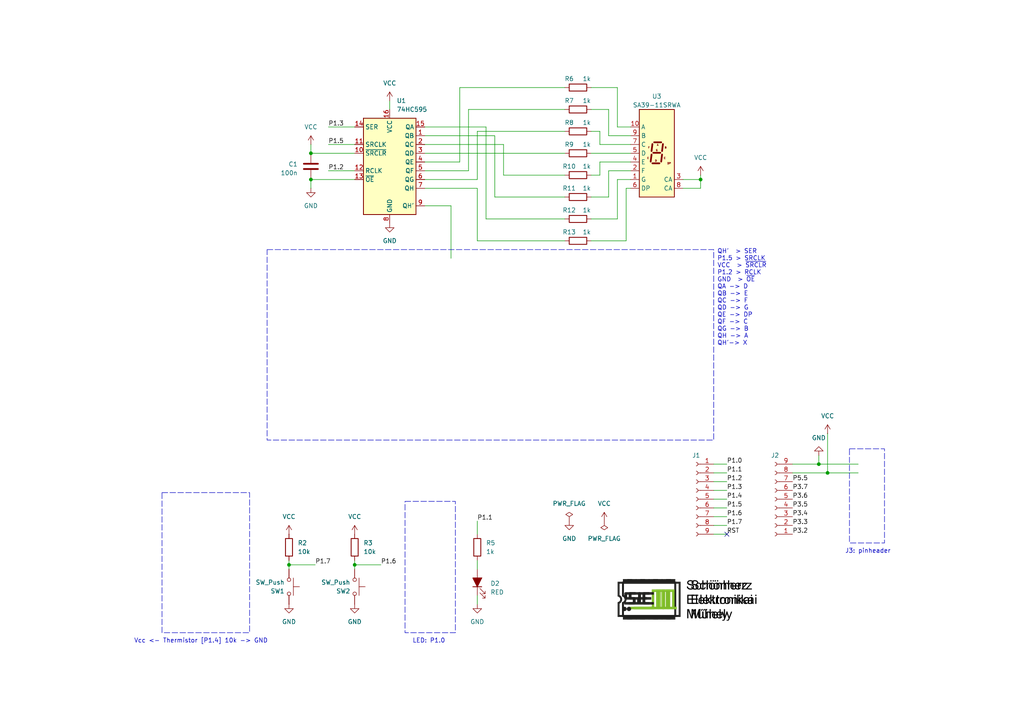
<source format=kicad_sch>
(kicad_sch (version 20231120) (generator "eeschema") (generator_version "8.0")
  (paper "A4")
  (title_block (title "SEM tanfolyam alappanel demo") (date "2024-02-29") (rev "A"))
  (lib_symbols
    (symbol "74xx:74HC595"
      (property "Reference" "U" (at -7.62 13.97 0))
      (property "Value" "74HC595" (at -7.62 -16.51 0))
      (symbol "74HC595_1_0"
        (pin tri_state line (at 10.16 7.62 180) (length 2.54) (name "QB") (number "1"))
        (pin input line (at -10.16 2.54 0) (length 2.54) (name "~{SRCLR}") (number "10"))
        (pin input line (at -10.16 5.08 0) (length 2.54) (name "SRCLK") (number "11"))
        (pin input line (at -10.16 -2.54 0) (length 2.54) (name "RCLK") (number "12"))
        (pin input line (at -10.16 -5.08 0) (length 2.54) (name "~{OE}") (number "13"))
        (pin input line (at -10.16 10.16 0) (length 2.54) (name "SER") (number "14"))
        (pin tri_state line (at 10.16 10.16 180) (length 2.54) (name "QA") (number "15"))
        (pin power_in line (at 0 15.24 270) (length 2.54) (name "VCC") (number "16"))
        (pin tri_state line (at 10.16 5.08 180) (length 2.54) (name "QC") (number "2"))
        (pin tri_state line (at 10.16 2.54 180) (length 2.54) (name "QD") (number "3"))
        (pin tri_state line (at 10.16 0 180) (length 2.54) (name "QE") (number "4"))
        (pin tri_state line (at 10.16 -2.54 180) (length 2.54) (name "QF") (number "5"))
        (pin tri_state line (at 10.16 -5.08 180) (length 2.54) (name "QG") (number "6"))
        (pin tri_state line (at 10.16 -7.62 180) (length 2.54) (name "QH") (number "7"))
        (pin power_in line (at 0 -17.78 90) (length 2.54) (name "GND") (number "8"))
        (pin output line (at 10.16 -12.7 180) (length 2.54) (name "QH'") (number "9"))
      )
      (symbol "74HC595_1_1"
        (rectangle (start -7.62 12.7) (end 7.62 -15.24) (stroke (width 0.254)) (fill (type background)))
      )
    )
    (symbol "Connector:Conn_01x09_Socket" (pin_names (offset 1.016) hide)
      (property "Reference" "J" (at 0 12.7 0))
      (property "Value" "Conn_01x09_Socket" (at 0 -12.7 0))
      (symbol "Conn_01x09_Socket_1_1"
        (arc (start 0 -9.652) (mid -0.5058 -10.16) (end 0 -10.668) (stroke (width 0.1524)))
        (arc (start 0 -7.112) (mid -0.5058 -7.62) (end 0 -8.128) (stroke (width 0.1524)))
        (arc (start 0 -4.572) (mid -0.5058 -5.08) (end 0 -5.588) (stroke (width 0.1524)))
        (arc (start 0 -2.032) (mid -0.5058 -2.54) (end 0 -3.048) (stroke (width 0.1524)))
        (polyline (pts (xy -1.27 -10.16) (xy -0.508 -10.16)) (stroke (width 0.1524)))
        (polyline (pts (xy -1.27 -7.62) (xy -0.508 -7.62)) (stroke (width 0.1524)))
        (polyline (pts (xy -1.27 -5.08) (xy -0.508 -5.08)) (stroke (width 0.1524)))
        (polyline (pts (xy -1.27 -2.54) (xy -0.508 -2.54)) (stroke (width 0.1524)))
        (polyline (pts (xy -1.27 0) (xy -0.508 0)) (stroke (width 0.1524)))
        (polyline (pts (xy -1.27 2.54) (xy -0.508 2.54)) (stroke (width 0.1524)))
        (polyline (pts (xy -1.27 5.08) (xy -0.508 5.08)) (stroke (width 0.1524)))
        (polyline (pts (xy -1.27 7.62) (xy -0.508 7.62)) (stroke (width 0.1524)))
        (polyline (pts (xy -1.27 10.16) (xy -0.508 10.16)) (stroke (width 0.1524)))
        (arc (start 0 0.508) (mid -0.5058 0) (end 0 -0.508) (stroke (width 0.1524)))
        (arc (start 0 3.048) (mid -0.5058 2.54) (end 0 2.032) (stroke (width 0.1524)))
        (arc (start 0 5.588) (mid -0.5058 5.08) (end 0 4.572) (stroke (width 0.1524)))
        (arc (start 0 8.128) (mid -0.5058 7.62) (end 0 7.112) (stroke (width 0.1524)))
        (arc (start 0 10.668) (mid -0.5058 10.16) (end 0 9.652) (stroke (width 0.1524)))
        (pin passive line (at -5.08 10.16 0) (length 3.81) (name "Pin_1") (number "1"))
        (pin passive line (at -5.08 7.62 0) (length 3.81) (name "Pin_2") (number "2"))
        (pin passive line (at -5.08 5.08 0) (length 3.81) (name "Pin_3") (number "3"))
        (pin passive line (at -5.08 2.54 0) (length 3.81) (name "Pin_4") (number "4"))
        (pin passive line (at -5.08 0 0) (length 3.81) (name "Pin_5") (number "5"))
        (pin passive line (at -5.08 -2.54 0) (length 3.81) (name "Pin_6") (number "6"))
        (pin passive line (at -5.08 -5.08 0) (length 3.81) (name "Pin_7") (number "7"))
        (pin passive line (at -5.08 -7.62 0) (length 3.81) (name "Pin_8") (number "8"))
        (pin passive line (at -5.08 -10.16 0) (length 3.81) (name "Pin_9") (number "9"))
      )
    )
    (symbol "Device:C" (pin_numbers hide) (pin_names (offset 0.254))
      (property "Reference" "C" (at 0.635 2.54 0))
      (property "Value" "C" (at 0.635 -2.54 0))
      (symbol "C_0_1"
        (polyline (pts (xy -2.032 -0.762) (xy 2.032 -0.762)) (stroke (width 0.508)))
        (polyline (pts (xy -2.032 0.762) (xy 2.032 0.762)) (stroke (width 0.508)))
      )
      (symbol "C_1_1"
        (pin passive line (at 0 3.81 270) (length 2.794) (name "~") (number "1"))
        (pin passive line (at 0 -3.81 90) (length 2.794) (name "~") (number "2"))
      )
    )
    (symbol "Device:LED_Filled" (pin_numbers hide) (pin_names (offset 1.016) hide)
      (property "Reference" "D" (at 0 2.54 0))
      (property "Value" "LED_Filled" (at 0 -2.54 0))
      (symbol "LED_Filled_0_1"
        (polyline (pts (xy -1.27 -1.27) (xy -1.27 1.27)) (stroke (width 0.254)))
        (polyline (pts (xy -1.27 0) (xy 1.27 0)))
        (polyline (pts (xy 1.27 -1.27) (xy 1.27 1.27) (xy -1.27 0) (xy 1.27 -1.27)) (stroke (width 0.254)) (fill (type outline)))
        (polyline (pts (xy -3.048 -0.762) (xy -4.572 -2.286) (xy -3.81 -2.286) (xy -4.572 -2.286) (xy -4.572 -1.524)))
        (polyline (pts (xy -1.778 -0.762) (xy -3.302 -2.286) (xy -2.54 -2.286) (xy -3.302 -2.286) (xy -3.302 -1.524)))
      )
      (symbol "LED_Filled_1_1"
        (pin passive line (at -3.81 0 0) (length 2.54) (name "K") (number "1"))
        (pin passive line (at 3.81 0 180) (length 2.54) (name "A") (number "2"))
      )
    )
    (symbol "Device:R" (pin_numbers hide) (pin_names (offset 0))
      (property "Reference" "R" (at 2.032 0 90))
      (property "Value" "R" (at 0 0 90))
      (symbol "R_0_1"
        (rectangle (start -1.016 -2.54) (end 1.016 2.54) (stroke (width 0.254)))
      )
      (symbol "R_1_1"
        (pin passive line (at 0 3.81 270) (length 1.27) (name "~") (number "1"))
        (pin passive line (at 0 -3.81 90) (length 1.27) (name "~") (number "2"))
      )
    )
    (symbol "Display_Character:SA39-11SRWA"
      (property "Reference" "U" (at -3.81 13.97 0))
      (property "Value" "SA39-11SRWA" (at 6.35 13.97 0))
      (symbol "SA39-11SRWA_1_0"
        (text "A" (at 0.254 2.413 0) (effects (font (size 0.508 0.508))))
        (text "B" (at 2.54 1.651 0) (effects (font (size 0.508 0.508))))
        (text "C" (at 2.286 -1.397 0) (effects (font (size 0.508 0.508))))
        (text "D" (at -0.254 -2.159 0) (effects (font (size 0.508 0.508))))
        (text "DP" (at 3.556 -2.921 0) (effects (font (size 0.508 0.508))))
        (text "E" (at -2.54 -1.397 0) (effects (font (size 0.508 0.508))))
        (text "F" (at -2.286 1.651 0) (effects (font (size 0.508 0.508))))
        (text "G" (at 0 0.889 0) (effects (font (size 0.508 0.508))))
      )
      (symbol "SA39-11SRWA_1_1"
        (rectangle (start -5.08 12.7) (end 5.08 -12.7) (stroke (width 0.254)) (fill (type background)))
        (polyline (pts (xy -1.524 -0.381) (xy -1.778 -2.413)) (stroke (width 0.508)))
        (polyline (pts (xy -1.27 -2.921) (xy 0.762 -2.921)) (stroke (width 0.508)))
        (polyline (pts (xy -1.27 2.667) (xy -1.524 0.635)) (stroke (width 0.508)))
        (polyline (pts (xy -1.016 0.127) (xy 1.016 0.127)) (stroke (width 0.508)))
        (polyline (pts (xy -0.762 3.175) (xy 1.27 3.175)) (stroke (width 0.508)))
        (polyline (pts (xy 1.524 -0.381) (xy 1.27 -2.413)) (stroke (width 0.508)))
        (polyline (pts (xy 1.778 2.667) (xy 1.524 0.635)) (stroke (width 0.508)))
        (polyline (pts (xy 2.54 -2.921) (xy 2.54 -2.921)) (stroke (width 0.508)))
        (pin input line (at -7.62 -7.62 0) (length 2.54) (name "G") (number "1"))
        (pin input line (at -7.62 7.62 0) (length 2.54) (name "A") (number "10"))
        (pin input line (at -7.62 -5.08 0) (length 2.54) (name "F") (number "2"))
        (pin input line (at 7.62 -7.62 180) (length 2.54) (name "CA") (number "3"))
        (pin input line (at -7.62 -2.54 0) (length 2.54) (name "E") (number "4"))
        (pin input line (at -7.62 0 0) (length 2.54) (name "D") (number "5"))
        (pin input line (at -7.62 -10.16 0) (length 2.54) (name "DP") (number "6"))
        (pin input line (at -7.62 2.54 0) (length 2.54) (name "C") (number "7"))
        (pin input line (at 7.62 -10.16 180) (length 2.54) (name "CA") (number "8"))
        (pin input line (at -7.62 5.08 0) (length 2.54) (name "B") (number "9"))
      )
    )
    (symbol "Switch:SW_Push" (pin_numbers hide) (pin_names (offset 1.016) hide)
      (property "Reference" "SW" (at 1.27 2.54 0))
      (property "Value" "SW_Push" (at 0 -1.524 0))
      (symbol "SW_Push_0_1"
        (circle (center -2.032 0) (radius 0.508))
        (polyline (pts (xy 0 1.27) (xy 0 3.048)))
        (polyline (pts (xy 2.54 1.27) (xy -2.54 1.27)))
        (circle (center 2.032 0) (radius 0.508))
        (pin passive line (at -5.08 0 0) (length 2.54) (name "1") (number "1"))
        (pin passive line (at 5.08 0 180) (length 2.54) (name "2") (number "2"))
      )
    )
    (symbol "power:GND" (power) (pin_numbers hide) (pin_names (offset 0) hide)
      (property "Value" "GND" (at 0 -3.81 0))
      (symbol "GND_0_1"
        (polyline (pts (xy 0 0) (xy 0 -1.27) (xy 1.27 -1.27) (xy 0 -2.54) (xy -1.27 -1.27) (xy 0 -1.27)))
      )
      (symbol "GND_1_1"
        (pin power_in line (at 0 0 270) (length 0) (name "~") (number "1"))
      )
    )
    (symbol "power:PWR_FLAG" (power) (pin_numbers hide) (pin_names (offset 0) hide)
      (property "Value" "PWR_FLAG" (at 0 3.81 0))
      (symbol "PWR_FLAG_0_0"
        (pin power_out line (at 0 0 90) (length 0) (name "~") (number "1"))
      )
      (symbol "PWR_FLAG_0_1"
        (polyline (pts (xy 0 0) (xy 0 1.27) (xy -1.016 1.905) (xy 0 2.54) (xy 1.016 1.905) (xy 0 1.27)))
      )
    )
    (symbol "power:VCC" (power) (pin_numbers hide) (pin_names (offset 0) hide)
      (property "Value" "VCC" (at 0 3.556 0))
      (symbol "VCC_0_1"
        (polyline (pts (xy -0.762 1.27) (xy 0 2.54)))
        (polyline (pts (xy 0 0) (xy 0 2.54)))
        (polyline (pts (xy 0 2.54) (xy 0.762 1.27)))
      )
      (symbol "VCC_1_1"
        (pin power_in line (at 0 0 90) (length 0) (name "~") (number "1"))
      )
    )
  )
  (junction (at 237.49 134.62))
  (junction (at 90.17 44.45))
  (junction (at 90.17 52.07))
  (junction (at 203.2 52.07))
  (junction (at 240.03 137.16))
  (junction (at 83.82 163.83))
  (junction (at 102.87 163.83))
  (no_connect (at 210.82 154.94))
  (wire (pts (xy 240.03 137.16) (xy 248.92 137.16)))
  (wire (pts (xy 143.51 57.15) (xy 163.83 57.15)))
  (wire (pts (xy 179.07 36.83) (xy 182.88 36.83)))
  (wire (pts (xy 173.99 41.91) (xy 182.88 41.91)))
  (wire (pts (xy 140.97 36.83) (xy 123.19 36.83)))
  (wire (pts (xy 123.19 59.69) (xy 130.81 59.69)))
  (wire (pts (xy 123.19 52.07) (xy 138.43 52.07)))
  (wire (pts (xy 171.45 38.1) (xy 173.99 38.1)))
  (wire (pts (xy 181.61 69.85) (xy 181.61 54.61)))
  (wire (pts (xy 95.25 41.91) (xy 102.87 41.91)))
  (wire (pts (xy 203.2 52.07) (xy 203.2 50.8)))
  (wire (pts (xy 83.82 163.83) (xy 83.82 165.1)))
  (wire (pts (xy 95.25 36.83) (xy 102.87 36.83)))
  (wire (pts (xy 113.03 29.21) (xy 113.03 31.75)))
  (wire (pts (xy 138.43 54.61) (xy 138.43 69.85)))
  (wire (pts (xy 90.17 41.91) (xy 90.17 44.45)))
  (wire (pts (xy 135.89 49.53) (xy 123.19 49.53)))
  (wire (pts (xy 237.49 134.62) (xy 237.49 132.08)))
  (wire (pts (xy 207.01 152.4) (xy 210.82 152.4)))
  (wire (pts (xy 146.05 41.91) (xy 146.05 50.8)))
  (wire (pts (xy 171.45 31.75) (xy 176.53 31.75)))
  (wire (pts (xy 138.43 52.07) (xy 138.43 38.1)))
  (wire (pts (xy 133.35 25.4) (xy 163.83 25.4)))
  (wire (pts (xy 123.19 44.45) (xy 163.83 44.45)))
  (wire (pts (xy 130.81 59.69) (xy 130.81 74.93)))
  (wire (pts (xy 207.01 137.16) (xy 210.82 137.16)))
  (wire (pts (xy 179.07 52.07) (xy 182.88 52.07)))
  (wire (pts (xy 229.87 134.62) (xy 237.49 134.62)))
  (wire (pts (xy 102.87 162.56) (xy 102.87 163.83)))
  (wire (pts (xy 176.53 31.75) (xy 176.53 39.37)))
  (wire (pts (xy 171.45 57.15) (xy 176.53 57.15)))
  (wire (pts (xy 143.51 39.37) (xy 143.51 57.15)))
  (wire (pts (xy 133.35 46.99) (xy 133.35 25.4)))
  (wire (pts (xy 90.17 52.07) (xy 90.17 54.61)))
  (wire (pts (xy 140.97 63.5) (xy 163.83 63.5)))
  (wire (pts (xy 179.07 25.4) (xy 179.07 36.83)))
  (wire (pts (xy 102.87 52.07) (xy 90.17 52.07)))
  (wire (pts (xy 138.43 151.13) (xy 138.43 154.94)))
  (wire (pts (xy 237.49 134.62) (xy 248.92 134.62)))
  (wire (pts (xy 135.89 31.75) (xy 135.89 49.53)))
  (wire (pts (xy 173.99 46.99) (xy 182.88 46.99)))
  (wire (pts (xy 207.01 154.94) (xy 210.82 154.94)))
  (wire (pts (xy 207.01 139.7) (xy 210.82 139.7)))
  (wire (pts (xy 138.43 69.85) (xy 163.83 69.85)))
  (wire (pts (xy 171.45 25.4) (xy 179.07 25.4)))
  (wire (pts (xy 171.45 69.85) (xy 181.61 69.85)))
  (wire (pts (xy 138.43 38.1) (xy 163.83 38.1)))
  (wire (pts (xy 181.61 54.61) (xy 182.88 54.61)))
  (wire (pts (xy 207.01 147.32) (xy 210.82 147.32)))
  (wire (pts (xy 83.82 162.56) (xy 83.82 163.83)))
  (wire (pts (xy 207.01 149.86) (xy 210.82 149.86)))
  (wire (pts (xy 176.53 57.15) (xy 176.53 49.53)))
  (wire (pts (xy 90.17 44.45) (xy 102.87 44.45)))
  (wire (pts (xy 138.43 165.1) (xy 138.43 162.56)))
  (wire (pts (xy 146.05 41.91) (xy 123.19 41.91)))
  (wire (pts (xy 146.05 50.8) (xy 163.83 50.8)))
  (wire (pts (xy 173.99 50.8) (xy 173.99 46.99)))
  (wire (pts (xy 123.19 54.61) (xy 138.43 54.61)))
  (wire (pts (xy 102.87 163.83) (xy 110.49 163.83)))
  (wire (pts (xy 171.45 50.8) (xy 173.99 50.8)))
  (wire (pts (xy 207.01 142.24) (xy 210.82 142.24)))
  (wire (pts (xy 229.87 137.16) (xy 240.03 137.16)))
  (wire (pts (xy 176.53 39.37) (xy 182.88 39.37)))
  (wire (pts (xy 198.12 54.61) (xy 203.2 54.61)))
  (wire (pts (xy 207.01 134.62) (xy 210.82 134.62)))
  (wire (pts (xy 95.25 49.53) (xy 102.87 49.53)))
  (wire (pts (xy 83.82 163.83) (xy 91.44 163.83)))
  (wire (pts (xy 203.2 54.61) (xy 203.2 52.07)))
  (wire (pts (xy 198.12 52.07) (xy 203.2 52.07)))
  (wire (pts (xy 207.01 144.78) (xy 210.82 144.78)))
  (wire (pts (xy 140.97 36.83) (xy 140.97 63.5)))
  (wire (pts (xy 173.99 38.1) (xy 173.99 41.91)))
  (wire (pts (xy 176.53 49.53) (xy 182.88 49.53)))
  (wire (pts (xy 143.51 39.37) (xy 123.19 39.37)))
  (wire (pts (xy 240.03 125.73) (xy 240.03 137.16)))
  (wire (pts (xy 179.07 63.5) (xy 179.07 52.07)))
  (wire (pts (xy 138.43 172.72) (xy 138.43 175.26)))
  (wire (pts (xy 171.45 44.45) (xy 182.88 44.45)))
  (wire (pts (xy 171.45 63.5) (xy 179.07 63.5)))
  (wire (pts (xy 123.19 46.99) (xy 133.35 46.99)))
  (wire (pts (xy 102.87 163.83) (xy 102.87 165.1)))
  (wire (pts (xy 135.89 31.75) (xy 163.83 31.75)))
  (rectangle (start 46.99 142.875) (end 72.39 183.515) (stroke (width 0) (type dash)))
  (rectangle (start 117.475 145.415) (end 132.08 183.515) (stroke (width 0) (type dash)))
  (rectangle (start 246.38 130.175) (end 256.54 157.48) (stroke (width 0) (type dash)))
  (rectangle (start 77.47 72.39) (end 207.01 127.635) (stroke (width 0) (type dash)))
  (image (at 199.39 173.99) (scale 0.135674))
  (image (at 200.66 173.99) (scale 0.135674))
  (text "QH'  > SER\nP1.5 > SRCLK\nVCC  > ~{SRCLR}\nP1.2 > RCLK\nGND  > ~{OE}\nQA -> D\nQB -> E\nQC -> F\nQD -> G\nQE -> DP\nQF -> C\nQG -> B\nQH -> A\nQH'-> X" (at 208.026 100.33 0) (effects (font (size 1.27 1.27)) (justify left bottom)))
  (text "J3: pinheader" (at 245.11 160.655 0) (effects (font (size 1.27 1.27)) (justify left bottom)))
  (text "Vcc <- Thermistor [P1.4] 10k -> GND" (at 38.862 186.69 0) (effects (font (size 1.27 1.27)) (justify left bottom)))
  (text "LED: P1.0" (at 119.634 186.69 0) (effects (font (size 1.27 1.27)) (justify left bottom)))
  (label "P3.6" (at 229.87 144.78 0))
  (label "P1.1" (at 138.43 151.13 0))
  (label "P1.3" (at 95.25 36.83 0))
  (label "P1.1" (at 210.82 137.16 0))
  (label "P1.6" (at 110.49 163.83 0))
  (label "P1.4" (at 210.82 144.78 0))
  (label "P3.2" (at 229.87 154.94 0))
  (label "P3.5" (at 229.87 147.32 0))
  (label "P1.7" (at 91.44 163.83 0))
  (label "RST" (at 210.82 154.94 0))
  (label "P5.5" (at 229.87 139.7 0))
  (label "P1.5" (at 95.25 41.91 0))
  (label "P1.2" (at 95.25 49.53 0))
  (label "P3.4" (at 229.87 149.86 0))
  (label "P1.3" (at 210.82 142.24 0))
  (label "P1.7" (at 210.82 152.4 0))
  (label "P3.3" (at 229.87 152.4 0))
  (label "P1.6" (at 210.82 149.86 0))
  (label "P3.7" (at 229.87 142.24 0))
  (label "P1.2" (at 210.82 139.7 0))
  (label "P1.0" (at 210.82 134.62 0))
  (label "P1.5" (at 210.82 147.32 0))
  (symbol (lib_id "Connector:Conn_01x09_Socket") (at 201.93 144.78 0) (mirror y) (unit 1)
    (property "Reference" "J1" (at 201.93 132.08 0))
    (property "Value" "Connector" (effects (hide yes)))
    (property "Footprint" "Connector_PinSocket_2.54mm:PinSocket_1x09_P2.54mm_Vertical" (effects (hide yes)))
  )
  (symbol (lib_id "Connector:Conn_01x09_Socket") (at 224.79 144.78 180) (unit 1)
    (property "Reference" "J2" (at 224.79 132.08 0))
    (property "Value" "Connector" (effects (hide yes)))
    (property "Footprint" "Connector_PinSocket_2.54mm:PinSocket_1x09_P2.54mm_Vertical" (effects (hide yes)))
  )
  (symbol (lib_id "Switch:SW_Push") (at 83.82 170.18 270) (unit 1)
    (property "Reference" "SW1" (at 82.55 171.4501 90) (effects (justify right)))
    (property "Value" "SW_Push" (at 82.55 168.9101 90) (effects (justify right)))
    (property "Footprint" "Button_Switch_THT:SW_PUSH_6mm" (effects (hide yes)))
  )
  (symbol (lib_id "Device:R") (at 167.64 31.75 90) (unit 1)
    (property "Reference" "R7" (at 165.1 29.21 90))
    (property "Value" "1k" (at 170.18 29.21 90))
    (property "Footprint" "Resistor_SMD:R_1206_3216Metric_Pad1.30x1.75mm_HandSolder" (effects (hide yes)))
  )
  (symbol (lib_id "power:PWR_FLAG") (at 175.26 151.13 180) (unit 1)
    (property "Reference" "#FLG02" (effects (hide yes)))
    (property "Value" "PWR_FLAG" (at 175.26 156.21 0))
    (property "Description" "Special symbol for telling ERC where power comes from" (effects (hide yes)))
  )
  (symbol (lib_id "power:GND") (at 83.82 175.26 0) (unit 1)
    (property "Reference" "#PWR04" (effects (hide yes)))
    (property "Value" "GND" (at 83.82 180.34 0))
    (property "Description" "Power symbol creates a global label with name \"GND\" , ground" (effects (hide yes)))
  )
  (symbol (lib_id "Device:LED_Filled") (at 138.43 168.91 90) (unit 1)
    (property "Reference" "D2" (at 142.24 169.2274 90) (effects (justify right)))
    (property "Value" "RED" (at 142.24 171.7674 90) (effects (justify right)))
    (property "Footprint" "LED_THT:LED_D5.0mm" (effects (hide yes)))
  )
  (symbol (lib_id "Device:C") (at 90.17 48.26 0) (unit 1)
    (property "Reference" "C1" (at 86.36 47.625 0) (effects (justify right)))
    (property "Value" "100n" (at 86.36 50.165 0) (effects (justify right)))
    (property "Footprint" "Capacitor_SMD:C_1206_3216Metric_Pad1.33x1.80mm_HandSolder" (effects (hide yes)))
  )
  (symbol (lib_id "Device:R") (at 167.64 38.1 90) (unit 1)
    (property "Reference" "R8" (at 165.1 35.56 90))
    (property "Value" "1k" (at 170.18 35.56 90))
    (property "Footprint" "Resistor_SMD:R_1206_3216Metric_Pad1.30x1.75mm_HandSolder" (effects (hide yes)))
  )
  (symbol (lib_id "Device:R") (at 102.87 158.75 0) (unit 1)
    (property "Reference" "R3" (at 105.41 157.4799 0) (effects (justify left)))
    (property "Value" "10k" (at 105.41 160.0199 0) (effects (justify left)))
    (property "Footprint" "Resistor_SMD:R_1206_3216Metric_Pad1.30x1.75mm_HandSolder" (effects (hide yes)))
  )
  (symbol (lib_id "Device:R") (at 138.43 158.75 0) (unit 1)
    (property "Reference" "R5" (at 140.97 157.4799 0) (effects (justify left)))
    (property "Value" "1k" (at 140.97 160.0199 0) (effects (justify left)))
    (property "Footprint" "Resistor_SMD:R_1206_3216Metric_Pad1.30x1.75mm_HandSolder" (effects (hide yes)))
  )
  (symbol (lib_id "Device:R") (at 167.64 63.5 90) (unit 1)
    (property "Reference" "R12" (at 165.1 60.96 90))
    (property "Value" "1k" (at 170.18 60.96 90))
    (property "Footprint" "Resistor_SMD:R_1206_3216Metric_Pad1.30x1.75mm_HandSolder" (effects (hide yes)))
  )
  (symbol (lib_id "power:GND") (at 90.17 54.61 0) (unit 1)
    (property "Reference" "#PWR06" (effects (hide yes)))
    (property "Value" "GND" (at 90.17 59.69 0))
    (property "Description" "Power symbol creates a global label with name \"GND\" , ground" (effects (hide yes)))
  )
  (symbol (lib_id "power:VCC") (at 175.26 151.13 0) (unit 1)
    (property "Reference" "#PWR018" (effects (hide yes)))
    (property "Value" "VCC" (at 175.26 146.05 0))
    (property "Description" "Power symbol creates a global label with name \"VCC\"" (effects (hide yes)))
  )
  (symbol (lib_id "Device:R") (at 167.64 50.8 90) (unit 1)
    (property "Reference" "R10" (at 165.1 48.26 90))
    (property "Value" "1k" (at 170.18 48.26 90))
    (property "Footprint" "Resistor_SMD:R_1206_3216Metric_Pad1.30x1.75mm_HandSolder" (effects (hide yes)))
  )
  (symbol (lib_id "Switch:SW_Push") (at 102.87 170.18 270) (unit 1)
    (property "Reference" "SW2" (at 101.6 171.4501 90) (effects (justify right)))
    (property "Value" "SW_Push" (at 101.6 168.9101 90) (effects (justify right)))
    (property "Footprint" "Button_Switch_THT:SW_PUSH_6mm" (effects (hide yes)))
  )
  (symbol (lib_id "power:GND") (at 237.49 132.08 180) (unit 1)
    (property "Reference" "#PWR021" (effects (hide yes)))
    (property "Value" "GND" (at 237.49 127 0))
    (property "Description" "Power symbol creates a global label with name \"GND\" , ground" (effects (hide yes)))
  )
  (symbol (lib_id "Display_Character:SA39-11SRWA") (at 190.5 44.45 0) (unit 1)
    (property "Reference" "U3" (at 190.5 27.94 0))
    (property "Value" "SA39-11SRWA" (at 190.5 30.48 0))
    (property "Footprint" "Display_7Segment:Sx39-1xxxxx" (effects (hide yes)))
    (property "Datasheet" "http://www.kingbrightusa.com/images/catalog/SPEC/sa39-11srwa.pdf" (effects (hide yes)))
  )
  (symbol (lib_id "power:VCC") (at 102.87 154.94 0) (unit 1)
    (property "Reference" "#PWR09" (effects (hide yes)))
    (property "Value" "VCC" (at 102.87 149.86 0))
    (property "Description" "Power symbol creates a global label with name \"VCC\"" (effects (hide yes)))
  )
  (symbol (lib_id "74xx:74HC595") (at 113.03 46.99 0) (unit 1)
    (property "Reference" "U1" (at 115.0494 29.21 0) (effects (justify left)))
    (property "Value" "74HC595" (at 115.0494 31.75 0) (effects (justify left)))
    (property "Footprint" "Package_SO:SOIC-16_3.9x9.9mm_P1.27mm" (effects (hide yes)))
    (property "Datasheet" "http://www.ti.com/lit/ds/symlink/sn74hc595.pdf" (effects (hide yes)))
  )
  (symbol (lib_id "power:GND") (at 102.87 175.26 0) (unit 1)
    (property "Reference" "#PWR010" (effects (hide yes)))
    (property "Value" "GND" (at 102.87 180.34 0))
    (property "Description" "Power symbol creates a global label with name \"GND\" , ground" (effects (hide yes)))
  )
  (symbol (lib_id "Device:R") (at 83.82 158.75 0) (unit 1)
    (property "Reference" "R2" (at 86.36 157.4799 0) (effects (justify left)))
    (property "Value" "10k" (at 86.36 160.0199 0) (effects (justify left)))
    (property "Footprint" "Resistor_SMD:R_1206_3216Metric_Pad1.30x1.75mm_HandSolder" (effects (hide yes)))
  )
  (symbol (lib_id "Device:R") (at 167.64 25.4 90) (unit 1)
    (property "Reference" "R6" (at 165.1 22.86 90))
    (property "Value" "1k" (at 170.18 22.86 90))
    (property "Footprint" "Resistor_SMD:R_1206_3216Metric_Pad1.30x1.75mm_HandSolder" (effects (hide yes)))
  )
  (symbol (lib_id "power:VCC") (at 90.17 41.91 0) (unit 1)
    (property "Reference" "#PWR05" (effects (hide yes)))
    (property "Value" "VCC" (at 90.17 36.83 0))
    (property "Description" "Power symbol creates a global label with name \"VCC\"" (effects (hide yes)))
  )
  (symbol (lib_id "Device:R") (at 167.64 44.45 90) (unit 1)
    (property "Reference" "R9" (at 165.1 41.91 90))
    (property "Value" "1k" (at 170.18 41.91 90))
    (property "Footprint" "Resistor_SMD:R_1206_3216Metric_Pad1.30x1.75mm_HandSolder" (effects (hide yes)))
  )
  (symbol (lib_id "power:GND") (at 165.1 151.13 0) (unit 1)
    (property "Reference" "#PWR017" (effects (hide yes)))
    (property "Value" "GND" (at 165.1 156.21 0))
    (property "Description" "Power symbol creates a global label with name \"GND\" , ground" (effects (hide yes)))
  )
  (symbol (lib_id "power:VCC") (at 203.2 50.8 0) (unit 1)
    (property "Reference" "#PWR019" (effects (hide yes)))
    (property "Value" "VCC" (at 203.2 45.72 0))
    (property "Description" "Power symbol creates a global label with name \"VCC\"" (effects (hide yes)))
  )
  (symbol (lib_id "power:PWR_FLAG") (at 165.1 151.13 0) (unit 1)
    (property "Reference" "#FLG01" (effects (hide yes)))
    (property "Value" "PWR_FLAG" (at 165.1 146.05 0))
    (property "Description" "Special symbol for telling ERC where power comes from" (effects (hide yes)))
  )
  (symbol (lib_id "Device:R") (at 167.64 69.85 90) (unit 1)
    (property "Reference" "R13" (at 165.1 67.31 90))
    (property "Value" "1k" (at 170.18 67.31 90))
    (property "Footprint" "Resistor_SMD:R_1206_3216Metric_Pad1.30x1.75mm_HandSolder" (effects (hide yes)))
  )
  (symbol (lib_id "power:GND") (at 113.03 64.77 0) (unit 1)
    (property "Reference" "#PWR012" (effects (hide yes)))
    (property "Value" "GND" (at 113.03 69.85 0))
    (property "Description" "Power symbol creates a global label with name \"GND\" , ground" (effects (hide yes)))
  )
  (symbol (lib_id "power:GND") (at 138.43 175.26 0) (unit 1)
    (property "Reference" "#PWR016" (effects (hide yes)))
    (property "Value" "GND" (at 138.43 180.34 0))
    (property "Description" "Power symbol creates a global label with name \"GND\" , ground" (effects (hide yes)))
  )
  (symbol (lib_id "power:VCC") (at 240.03 125.73 0) (unit 1)
    (property "Reference" "#PWR022" (effects (hide yes)))
    (property "Value" "VCC" (at 240.03 120.65 0))
    (property "Description" "Power symbol creates a global label with name \"VCC\"" (effects (hide yes)))
  )
  (symbol (lib_id "Device:R") (at 167.64 57.15 90) (unit 1)
    (property "Reference" "R11" (at 165.1 54.61 90))
    (property "Value" "1k" (at 170.18 54.61 90))
    (property "Footprint" "Resistor_SMD:R_1206_3216Metric_Pad1.30x1.75mm_HandSolder" (effects (hide yes)))
  )
  (symbol (lib_id "power:VCC") (at 113.03 29.21 0) (unit 1)
    (property "Reference" "#PWR011" (effects (hide yes)))
    (property "Value" "VCC" (at 113.03 24.13 0))
    (property "Description" "Power symbol creates a global label with name \"VCC\"" (effects (hide yes)))
  )
  (symbol (lib_id "power:VCC") (at 83.82 154.94 0) (unit 1)
    (property "Reference" "#PWR03" (effects (hide yes)))
    (property "Value" "VCC" (at 83.82 149.86 0))
    (property "Description" "Power symbol creates a global label with name \"VCC\"" (effects (hide yes)))
  )
)
</source>
